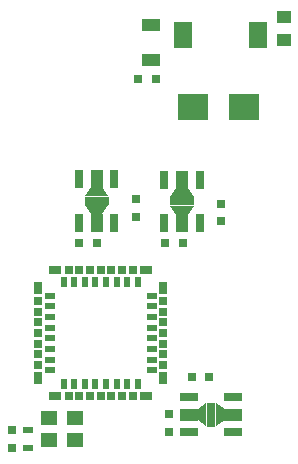
<source format=gtp>
G04 #@! TF.FileFunction,Paste,Top*
%FSLAX46Y46*%
G04 Gerber Fmt 4.6, Leading zero omitted, Abs format (unit mm)*
G04 Created by KiCad (PCBNEW 4.0.6) date Wed Nov 22 12:27:56 2017*
%MOMM*%
%LPD*%
G01*
G04 APERTURE LIST*
%ADD10C,0.100000*%
%ADD11R,0.800000X0.750000*%
%ADD12R,1.250000X1.000000*%
%ADD13R,0.750000X0.800000*%
%ADD14R,1.600000X1.000000*%
%ADD15R,2.500000X2.300000*%
%ADD16R,1.500000X2.200000*%
%ADD17R,0.900000X0.500000*%
%ADD18R,0.700000X1.500000*%
%ADD19R,1.000000X1.500000*%
%ADD20R,2.000000X0.800000*%
%ADD21R,1.500000X0.700000*%
%ADD22R,1.500000X1.000000*%
%ADD23R,0.800000X2.000000*%
%ADD24R,0.500000X0.840000*%
%ADD25R,0.840000X0.500000*%
%ADD26R,0.650000X0.650000*%
%ADD27R,1.100000X0.650000*%
%ADD28R,0.650000X1.100000*%
%ADD29R,1.400000X1.200000*%
G04 APERTURE END LIST*
D10*
D11*
X151400000Y-101400000D03*
X152900000Y-101400000D03*
X158700000Y-101450000D03*
X160200000Y-101450000D03*
X160950000Y-112750000D03*
X162450000Y-112750000D03*
D12*
X168750000Y-84250000D03*
X168750000Y-82250000D03*
D11*
X157900000Y-87500000D03*
X156400000Y-87500000D03*
D13*
X156200000Y-99200000D03*
X156200000Y-97700000D03*
X163450000Y-99600000D03*
X163450000Y-98100000D03*
X159000000Y-117400000D03*
X159000000Y-115900000D03*
D14*
X157550000Y-85950000D03*
X157550000Y-82950000D03*
D13*
X145700000Y-117300000D03*
X145700000Y-118800000D03*
D15*
X161100000Y-89950000D03*
X165400000Y-89950000D03*
D16*
X166600000Y-83800000D03*
X160200000Y-83800000D03*
D17*
X147100000Y-118800000D03*
X147100000Y-117300000D03*
D10*
G36*
X153900000Y-98250000D02*
X153400000Y-99000000D01*
X152400000Y-99000000D01*
X151900000Y-98250000D01*
X153900000Y-98250000D01*
X153900000Y-98250000D01*
G37*
D18*
X154400000Y-99700000D03*
X151400000Y-99700000D03*
X154400000Y-96000000D03*
D19*
X152900000Y-96000000D03*
D18*
X151400000Y-96000000D03*
D19*
X152900000Y-99700000D03*
D10*
G36*
X151900000Y-97450000D02*
X152400000Y-96700000D01*
X153400000Y-96700000D01*
X153900000Y-97450000D01*
X151900000Y-97450000D01*
X151900000Y-97450000D01*
G37*
D20*
X152900000Y-97850000D03*
D10*
G36*
X161150000Y-98300000D02*
X160650000Y-99050000D01*
X159650000Y-99050000D01*
X159150000Y-98300000D01*
X161150000Y-98300000D01*
X161150000Y-98300000D01*
G37*
D18*
X161650000Y-99750000D03*
X158650000Y-99750000D03*
X161650000Y-96050000D03*
D19*
X160150000Y-96050000D03*
D18*
X158650000Y-96050000D03*
D19*
X160150000Y-99750000D03*
D10*
G36*
X159150000Y-97500000D02*
X159650000Y-96750000D01*
X160650000Y-96750000D01*
X161150000Y-97500000D01*
X159150000Y-97500000D01*
X159150000Y-97500000D01*
G37*
D20*
X160150000Y-97900000D03*
D10*
G36*
X162200000Y-116950000D02*
X161450000Y-116450000D01*
X161450000Y-115450000D01*
X162200000Y-114950000D01*
X162200000Y-116950000D01*
X162200000Y-116950000D01*
G37*
D21*
X160750000Y-117450000D03*
X160750000Y-114450000D03*
X164450000Y-117450000D03*
D22*
X164450000Y-115950000D03*
D21*
X164450000Y-114450000D03*
D22*
X160750000Y-115950000D03*
D10*
G36*
X163000000Y-114950000D02*
X163750000Y-115450000D01*
X163750000Y-116450000D01*
X163000000Y-116950000D01*
X163000000Y-114950000D01*
X163000000Y-114950000D01*
G37*
D23*
X162600000Y-115950000D03*
D24*
X150100000Y-113350000D03*
X150100000Y-104730000D03*
X151000000Y-113350000D03*
X151000000Y-104730000D03*
X151900000Y-113350000D03*
X151900000Y-104730000D03*
X152800000Y-113350000D03*
X152800000Y-104730000D03*
X153700000Y-113350000D03*
X153700000Y-104730000D03*
X154600000Y-113350000D03*
X154600000Y-104730000D03*
X155500000Y-113350000D03*
X155500000Y-104730000D03*
X156400000Y-113350000D03*
X156400000Y-104730000D03*
D25*
X148940000Y-112190000D03*
X148940000Y-111290000D03*
X148940000Y-110390000D03*
X148940000Y-109490000D03*
X148940000Y-108590000D03*
X148940000Y-107690000D03*
X148940000Y-106790000D03*
X148940000Y-105890000D03*
X157560000Y-112190000D03*
X157560000Y-111290000D03*
X157560000Y-110390000D03*
X157560000Y-109490000D03*
X157560000Y-108590000D03*
X157560000Y-107690000D03*
X157560000Y-106790000D03*
X157560000Y-105890000D03*
D26*
X150550000Y-114345000D03*
X150550000Y-103735000D03*
X151450000Y-114345000D03*
X151450000Y-103735000D03*
X152350000Y-114345000D03*
X152350000Y-103735000D03*
X153250000Y-114345000D03*
X153250000Y-103735000D03*
X154150000Y-114345000D03*
X154150000Y-103735000D03*
X155050000Y-114345000D03*
X155050000Y-103735000D03*
X155950000Y-114345000D03*
X155950000Y-103735000D03*
X147945000Y-111740000D03*
X147945000Y-110840000D03*
X147945000Y-109940000D03*
X147945000Y-109040000D03*
X147945000Y-108140000D03*
X147945000Y-107240000D03*
X147945000Y-106340000D03*
X158555000Y-111740000D03*
X158555000Y-110840000D03*
X158555000Y-109940000D03*
X158555000Y-109040000D03*
X158555000Y-108140000D03*
X158555000Y-107240000D03*
X158555000Y-106340000D03*
D27*
X149420000Y-114345000D03*
X149420000Y-103735000D03*
X157080000Y-114345000D03*
X157080000Y-103735000D03*
D28*
X147945000Y-112870000D03*
X147945000Y-105210000D03*
X158555000Y-112870000D03*
X158555000Y-105210000D03*
D29*
X148900000Y-116200000D03*
X151100000Y-116200000D03*
X148900000Y-118100000D03*
X151100000Y-118100000D03*
M02*

</source>
